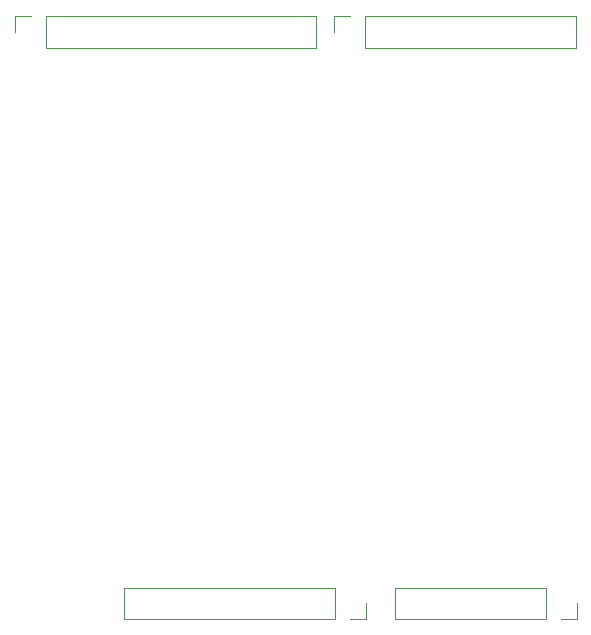
<source format=gbr>
%TF.GenerationSoftware,KiCad,Pcbnew,8.0.4*%
%TF.CreationDate,2024-09-29T14:54:36-07:00*%
%TF.ProjectId,PACE_PCB,50414345-5f50-4434-922e-6b696361645f,rev?*%
%TF.SameCoordinates,Original*%
%TF.FileFunction,Legend,Bot*%
%TF.FilePolarity,Positive*%
%FSLAX46Y46*%
G04 Gerber Fmt 4.6, Leading zero omitted, Abs format (unit mm)*
G04 Created by KiCad (PCBNEW 8.0.4) date 2024-09-29 14:54:36*
%MOMM*%
%LPD*%
G01*
G04 APERTURE LIST*
%ADD10C,0.120000*%
G04 APERTURE END LIST*
D10*
%TO.C,Pins7-1*%
X144470000Y-48070000D02*
X145800000Y-48070000D01*
X144470000Y-49400000D02*
X144470000Y-48070000D01*
X147070000Y-50730000D02*
X147070000Y-48070000D01*
X164910000Y-48070000D02*
X147070000Y-48070000D01*
X164910000Y-50730000D02*
X147070000Y-50730000D01*
X164910000Y-50730000D02*
X164910000Y-48070000D01*
%TO.C,PinsIOREF-Vin1*%
X126690000Y-96470000D02*
X126690000Y-99130000D01*
X126690000Y-96470000D02*
X144530000Y-96470000D01*
X126690000Y-99130000D02*
X144530000Y-99130000D01*
X144530000Y-96470000D02*
X144530000Y-99130000D01*
X147130000Y-97800000D02*
X147130000Y-99130000D01*
X147130000Y-99130000D02*
X145800000Y-99130000D01*
%TO.C,PinsA0-A1*%
X149650000Y-96470000D02*
X149650000Y-99130000D01*
X149650000Y-96470000D02*
X162410000Y-96470000D01*
X149650000Y-99130000D02*
X162410000Y-99130000D01*
X162410000Y-96470000D02*
X162410000Y-99130000D01*
X165010000Y-97800000D02*
X165010000Y-99130000D01*
X165010000Y-99130000D02*
X163680000Y-99130000D01*
%TO.C,PinsAREF-1*%
X117422000Y-48070000D02*
X118752000Y-48070000D01*
X117422000Y-49400000D02*
X117422000Y-48070000D01*
X120022000Y-50730000D02*
X120022000Y-48070000D01*
X142942000Y-48070000D02*
X120022000Y-48070000D01*
X142942000Y-50730000D02*
X120022000Y-50730000D01*
X142942000Y-50730000D02*
X142942000Y-48070000D01*
%TD*%
M02*

</source>
